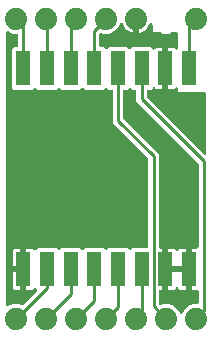
<source format=gbr>
G04 EAGLE Gerber RS-274X export*
G75*
%MOMM*%
%FSLAX34Y34*%
%LPD*%
%INTop Copper*%
%IPPOS*%
%AMOC8*
5,1,8,0,0,1.08239X$1,22.5*%
G01*
%ADD10R,1.300000X3.000000*%
%ADD11C,1.879600*%
%ADD12C,0.254000*%
%ADD13C,1.016000*%

G36*
X5461Y23241D02*
X5461Y23241D01*
X5571Y23248D01*
X5618Y23263D01*
X5667Y23270D01*
X5820Y23322D01*
X10224Y25147D01*
X15176Y25147D01*
X17124Y24340D01*
X17153Y24332D01*
X17179Y24319D01*
X17305Y24290D01*
X17431Y24256D01*
X17460Y24255D01*
X17489Y24249D01*
X17619Y24253D01*
X17749Y24251D01*
X17777Y24258D01*
X17807Y24259D01*
X17932Y24295D01*
X18058Y24325D01*
X18084Y24339D01*
X18112Y24347D01*
X18224Y24413D01*
X18339Y24474D01*
X18361Y24493D01*
X18386Y24508D01*
X18507Y24615D01*
X29943Y36051D01*
X30016Y36145D01*
X30095Y36234D01*
X30113Y36270D01*
X30138Y36302D01*
X30185Y36411D01*
X30239Y36517D01*
X30248Y36556D01*
X30264Y36594D01*
X30283Y36711D01*
X30309Y36827D01*
X30308Y36868D01*
X30314Y36908D01*
X30303Y37026D01*
X30299Y37145D01*
X30288Y37184D01*
X30284Y37224D01*
X30244Y37337D01*
X30211Y37451D01*
X30190Y37486D01*
X30177Y37524D01*
X30110Y37622D01*
X30049Y37725D01*
X30009Y37770D01*
X29998Y37787D01*
X29983Y37800D01*
X29943Y37846D01*
X29414Y38375D01*
X29314Y38452D01*
X29219Y38534D01*
X29189Y38549D01*
X29162Y38570D01*
X29047Y38620D01*
X28934Y38676D01*
X28901Y38683D01*
X28870Y38696D01*
X28746Y38716D01*
X28623Y38742D01*
X28590Y38741D01*
X28556Y38746D01*
X28431Y38734D01*
X28306Y38729D01*
X28273Y38719D01*
X28240Y38716D01*
X28121Y38674D01*
X28001Y38637D01*
X27972Y38620D01*
X27940Y38609D01*
X27837Y38538D01*
X27729Y38473D01*
X27705Y38449D01*
X27677Y38430D01*
X27594Y38336D01*
X27506Y38246D01*
X27479Y38205D01*
X27467Y38192D01*
X27457Y38172D01*
X27440Y38147D01*
X26960Y37667D01*
X26381Y37332D01*
X25734Y37159D01*
X21439Y37159D01*
X21439Y53430D01*
X21424Y53548D01*
X21417Y53667D01*
X21404Y53705D01*
X21399Y53745D01*
X21355Y53856D01*
X21319Y53969D01*
X21297Y54004D01*
X21282Y54041D01*
X21212Y54137D01*
X21149Y54238D01*
X21119Y54266D01*
X21095Y54298D01*
X21004Y54374D01*
X20917Y54456D01*
X20882Y54475D01*
X20850Y54501D01*
X20743Y54552D01*
X20639Y54609D01*
X20599Y54620D01*
X20563Y54637D01*
X20446Y54659D01*
X20331Y54689D01*
X20270Y54693D01*
X20250Y54697D01*
X20230Y54695D01*
X20170Y54699D01*
X18899Y54699D01*
X18899Y54701D01*
X20170Y54701D01*
X20288Y54716D01*
X20407Y54723D01*
X20445Y54736D01*
X20485Y54741D01*
X20596Y54785D01*
X20709Y54821D01*
X20744Y54843D01*
X20781Y54858D01*
X20877Y54928D01*
X20978Y54991D01*
X21006Y55021D01*
X21038Y55045D01*
X21114Y55136D01*
X21196Y55223D01*
X21215Y55258D01*
X21241Y55290D01*
X21292Y55397D01*
X21349Y55501D01*
X21360Y55541D01*
X21377Y55577D01*
X21399Y55694D01*
X21429Y55809D01*
X21433Y55870D01*
X21437Y55890D01*
X21435Y55910D01*
X21439Y55970D01*
X21439Y72241D01*
X25734Y72241D01*
X26381Y72068D01*
X26960Y71733D01*
X27454Y71239D01*
X27493Y71188D01*
X27563Y71084D01*
X27589Y71062D01*
X27609Y71035D01*
X27708Y70957D01*
X27802Y70873D01*
X27832Y70858D01*
X27858Y70837D01*
X27973Y70786D01*
X28085Y70729D01*
X28118Y70721D01*
X28149Y70708D01*
X28273Y70687D01*
X28395Y70659D01*
X28429Y70660D01*
X28462Y70655D01*
X28588Y70665D01*
X28713Y70669D01*
X28746Y70678D01*
X28779Y70681D01*
X28898Y70722D01*
X29019Y70757D01*
X29048Y70774D01*
X29080Y70785D01*
X29184Y70855D01*
X29293Y70919D01*
X29329Y70951D01*
X29345Y70961D01*
X29359Y70977D01*
X29414Y71025D01*
X31137Y72749D01*
X46663Y72749D01*
X48003Y71409D01*
X48097Y71336D01*
X48186Y71257D01*
X48222Y71239D01*
X48254Y71214D01*
X48363Y71167D01*
X48469Y71113D01*
X48508Y71104D01*
X48546Y71088D01*
X48663Y71069D01*
X48779Y71043D01*
X48820Y71044D01*
X48860Y71038D01*
X48978Y71049D01*
X49097Y71053D01*
X49136Y71064D01*
X49176Y71068D01*
X49288Y71108D01*
X49403Y71141D01*
X49438Y71162D01*
X49476Y71175D01*
X49574Y71242D01*
X49677Y71303D01*
X49722Y71342D01*
X49739Y71354D01*
X49752Y71369D01*
X49798Y71409D01*
X51137Y72749D01*
X66663Y72749D01*
X68003Y71409D01*
X68097Y71336D01*
X68186Y71257D01*
X68222Y71239D01*
X68254Y71214D01*
X68363Y71167D01*
X68469Y71113D01*
X68508Y71104D01*
X68546Y71088D01*
X68663Y71069D01*
X68779Y71043D01*
X68820Y71044D01*
X68860Y71038D01*
X68978Y71049D01*
X69097Y71053D01*
X69136Y71064D01*
X69176Y71068D01*
X69288Y71108D01*
X69403Y71141D01*
X69438Y71162D01*
X69476Y71175D01*
X69574Y71242D01*
X69677Y71303D01*
X69722Y71342D01*
X69739Y71354D01*
X69752Y71369D01*
X69798Y71409D01*
X71137Y72749D01*
X86663Y72749D01*
X88003Y71409D01*
X88097Y71336D01*
X88186Y71257D01*
X88222Y71239D01*
X88254Y71214D01*
X88363Y71167D01*
X88469Y71113D01*
X88508Y71104D01*
X88546Y71088D01*
X88663Y71069D01*
X88779Y71043D01*
X88820Y71044D01*
X88860Y71038D01*
X88978Y71049D01*
X89097Y71053D01*
X89136Y71064D01*
X89176Y71068D01*
X89288Y71108D01*
X89403Y71141D01*
X89438Y71162D01*
X89476Y71175D01*
X89574Y71242D01*
X89677Y71303D01*
X89722Y71342D01*
X89739Y71354D01*
X89752Y71369D01*
X89798Y71409D01*
X91137Y72749D01*
X106663Y72749D01*
X108003Y71409D01*
X108097Y71336D01*
X108186Y71257D01*
X108222Y71239D01*
X108254Y71214D01*
X108363Y71167D01*
X108469Y71113D01*
X108508Y71104D01*
X108546Y71088D01*
X108663Y71069D01*
X108779Y71043D01*
X108820Y71044D01*
X108860Y71038D01*
X108978Y71049D01*
X109097Y71053D01*
X109136Y71064D01*
X109176Y71068D01*
X109288Y71108D01*
X109403Y71141D01*
X109438Y71162D01*
X109476Y71175D01*
X109574Y71242D01*
X109677Y71303D01*
X109722Y71342D01*
X109739Y71354D01*
X109752Y71369D01*
X109798Y71409D01*
X111137Y72749D01*
X123444Y72749D01*
X123562Y72764D01*
X123681Y72771D01*
X123719Y72784D01*
X123760Y72789D01*
X123870Y72832D01*
X123983Y72869D01*
X124018Y72891D01*
X124055Y72906D01*
X124151Y72975D01*
X124252Y73039D01*
X124280Y73069D01*
X124313Y73092D01*
X124389Y73184D01*
X124470Y73271D01*
X124490Y73306D01*
X124515Y73337D01*
X124566Y73445D01*
X124624Y73549D01*
X124634Y73589D01*
X124651Y73625D01*
X124673Y73742D01*
X124703Y73857D01*
X124707Y73917D01*
X124711Y73937D01*
X124709Y73958D01*
X124713Y74018D01*
X124713Y148053D01*
X124701Y148152D01*
X124698Y148251D01*
X124681Y148309D01*
X124673Y148369D01*
X124637Y148461D01*
X124609Y148556D01*
X124579Y148608D01*
X124556Y148665D01*
X124498Y148745D01*
X124448Y148830D01*
X124382Y148905D01*
X124370Y148922D01*
X124360Y148930D01*
X124342Y148951D01*
X97483Y175810D01*
X94581Y178711D01*
X94581Y205382D01*
X94566Y205500D01*
X94559Y205619D01*
X94546Y205657D01*
X94541Y205698D01*
X94498Y205808D01*
X94461Y205921D01*
X94439Y205956D01*
X94424Y205993D01*
X94355Y206089D01*
X94291Y206190D01*
X94261Y206218D01*
X94238Y206251D01*
X94146Y206327D01*
X94059Y206408D01*
X94024Y206428D01*
X93993Y206453D01*
X93885Y206504D01*
X93781Y206562D01*
X93741Y206572D01*
X93705Y206589D01*
X93588Y206611D01*
X93473Y206641D01*
X93413Y206645D01*
X93393Y206649D01*
X93372Y206647D01*
X93312Y206651D01*
X91137Y206651D01*
X89797Y207991D01*
X89703Y208064D01*
X89614Y208143D01*
X89578Y208161D01*
X89546Y208186D01*
X89437Y208233D01*
X89331Y208287D01*
X89292Y208296D01*
X89254Y208312D01*
X89137Y208331D01*
X89021Y208357D01*
X88980Y208356D01*
X88940Y208362D01*
X88822Y208351D01*
X88703Y208347D01*
X88664Y208336D01*
X88624Y208332D01*
X88512Y208292D01*
X88397Y208259D01*
X88362Y208238D01*
X88324Y208225D01*
X88226Y208158D01*
X88123Y208097D01*
X88078Y208058D01*
X88061Y208046D01*
X88048Y208031D01*
X88002Y207991D01*
X86663Y206651D01*
X71137Y206651D01*
X69797Y207991D01*
X69703Y208064D01*
X69614Y208143D01*
X69578Y208161D01*
X69546Y208186D01*
X69437Y208233D01*
X69331Y208287D01*
X69292Y208296D01*
X69254Y208312D01*
X69137Y208331D01*
X69021Y208357D01*
X68980Y208356D01*
X68940Y208362D01*
X68822Y208351D01*
X68703Y208347D01*
X68664Y208336D01*
X68624Y208332D01*
X68512Y208292D01*
X68397Y208259D01*
X68362Y208238D01*
X68324Y208225D01*
X68226Y208158D01*
X68123Y208097D01*
X68078Y208058D01*
X68061Y208046D01*
X68048Y208031D01*
X68002Y207991D01*
X66663Y206651D01*
X51137Y206651D01*
X49797Y207991D01*
X49703Y208064D01*
X49614Y208143D01*
X49578Y208161D01*
X49546Y208186D01*
X49437Y208233D01*
X49331Y208287D01*
X49292Y208296D01*
X49254Y208312D01*
X49137Y208331D01*
X49021Y208357D01*
X48980Y208356D01*
X48940Y208362D01*
X48822Y208351D01*
X48703Y208347D01*
X48664Y208336D01*
X48624Y208332D01*
X48512Y208292D01*
X48397Y208259D01*
X48362Y208238D01*
X48324Y208225D01*
X48226Y208158D01*
X48123Y208097D01*
X48078Y208058D01*
X48061Y208046D01*
X48048Y208031D01*
X48002Y207991D01*
X46663Y206651D01*
X31137Y206651D01*
X29797Y207991D01*
X29703Y208064D01*
X29614Y208143D01*
X29578Y208161D01*
X29546Y208186D01*
X29437Y208233D01*
X29331Y208287D01*
X29292Y208296D01*
X29254Y208312D01*
X29137Y208331D01*
X29021Y208357D01*
X28980Y208356D01*
X28940Y208362D01*
X28822Y208351D01*
X28703Y208347D01*
X28664Y208336D01*
X28624Y208332D01*
X28512Y208292D01*
X28397Y208259D01*
X28362Y208238D01*
X28324Y208225D01*
X28226Y208158D01*
X28123Y208097D01*
X28078Y208058D01*
X28061Y208046D01*
X28048Y208031D01*
X28002Y207991D01*
X26663Y206651D01*
X11137Y206651D01*
X9351Y208437D01*
X9351Y240963D01*
X11137Y242749D01*
X13312Y242749D01*
X13430Y242764D01*
X13549Y242771D01*
X13587Y242784D01*
X13628Y242789D01*
X13738Y242832D01*
X13851Y242869D01*
X13886Y242891D01*
X13923Y242906D01*
X14019Y242975D01*
X14120Y243039D01*
X14148Y243069D01*
X14181Y243092D01*
X14257Y243184D01*
X14338Y243271D01*
X14358Y243306D01*
X14383Y243337D01*
X14434Y243445D01*
X14492Y243549D01*
X14502Y243589D01*
X14519Y243625D01*
X14541Y243742D01*
X14571Y243857D01*
X14575Y243917D01*
X14579Y243937D01*
X14577Y243958D01*
X14581Y244018D01*
X14581Y252984D01*
X14566Y253102D01*
X14559Y253221D01*
X14546Y253259D01*
X14541Y253300D01*
X14498Y253410D01*
X14461Y253523D01*
X14439Y253558D01*
X14424Y253595D01*
X14355Y253691D01*
X14291Y253792D01*
X14261Y253820D01*
X14238Y253853D01*
X14146Y253929D01*
X14059Y254010D01*
X14024Y254030D01*
X13993Y254055D01*
X13885Y254106D01*
X13781Y254164D01*
X13741Y254174D01*
X13705Y254191D01*
X13588Y254213D01*
X13473Y254243D01*
X13413Y254247D01*
X13393Y254251D01*
X13372Y254249D01*
X13312Y254253D01*
X10224Y254253D01*
X5820Y256078D01*
X5772Y256091D01*
X5727Y256112D01*
X5619Y256133D01*
X5513Y256162D01*
X5463Y256162D01*
X5414Y256172D01*
X5305Y256165D01*
X5195Y256167D01*
X5147Y256155D01*
X5097Y256152D01*
X4993Y256118D01*
X4886Y256093D01*
X4842Y256069D01*
X4795Y256054D01*
X4702Y255995D01*
X4605Y255944D01*
X4568Y255910D01*
X4526Y255884D01*
X4451Y255804D01*
X4369Y255730D01*
X4342Y255688D01*
X4308Y255652D01*
X4255Y255556D01*
X4195Y255464D01*
X4178Y255417D01*
X4154Y255374D01*
X4127Y255267D01*
X4091Y255163D01*
X4087Y255114D01*
X4075Y255066D01*
X4065Y254905D01*
X4065Y24495D01*
X4071Y24446D01*
X4069Y24396D01*
X4091Y24289D01*
X4105Y24179D01*
X4123Y24133D01*
X4133Y24085D01*
X4181Y23986D01*
X4222Y23884D01*
X4251Y23844D01*
X4273Y23799D01*
X4344Y23715D01*
X4408Y23626D01*
X4447Y23595D01*
X4479Y23557D01*
X4569Y23494D01*
X4653Y23424D01*
X4698Y23402D01*
X4739Y23374D01*
X4842Y23335D01*
X4941Y23288D01*
X4990Y23279D01*
X5036Y23261D01*
X5146Y23249D01*
X5253Y23228D01*
X5303Y23231D01*
X5352Y23226D01*
X5461Y23241D01*
G37*
G36*
X152479Y16617D02*
X152479Y16617D01*
X152499Y16616D01*
X152635Y16644D01*
X152772Y16668D01*
X152791Y16676D01*
X152810Y16680D01*
X152936Y16741D01*
X153062Y16798D01*
X153078Y16811D01*
X153096Y16820D01*
X153202Y16910D01*
X153310Y16997D01*
X153323Y17013D01*
X153338Y17026D01*
X153418Y17140D01*
X153502Y17251D01*
X153514Y17276D01*
X153521Y17286D01*
X153528Y17305D01*
X153573Y17395D01*
X154548Y19751D01*
X158050Y23252D01*
X162624Y25147D01*
X165862Y25147D01*
X165980Y25162D01*
X166099Y25169D01*
X166137Y25182D01*
X166178Y25187D01*
X166288Y25230D01*
X166401Y25267D01*
X166436Y25289D01*
X166473Y25304D01*
X166569Y25373D01*
X166670Y25437D01*
X166698Y25467D01*
X166731Y25490D01*
X166807Y25582D01*
X166888Y25669D01*
X166908Y25704D01*
X166933Y25735D01*
X166984Y25843D01*
X167042Y25947D01*
X167052Y25987D01*
X167069Y26023D01*
X167091Y26140D01*
X167121Y26255D01*
X167125Y26315D01*
X167129Y26335D01*
X167127Y26356D01*
X167131Y26416D01*
X167131Y35890D01*
X167116Y36008D01*
X167109Y36127D01*
X167096Y36165D01*
X167091Y36206D01*
X167048Y36316D01*
X167011Y36429D01*
X166989Y36464D01*
X166974Y36501D01*
X166905Y36597D01*
X166841Y36698D01*
X166811Y36726D01*
X166788Y36759D01*
X166696Y36835D01*
X166609Y36916D01*
X166574Y36936D01*
X166543Y36961D01*
X166435Y37012D01*
X166331Y37070D01*
X166291Y37080D01*
X166255Y37097D01*
X166138Y37119D01*
X166023Y37149D01*
X165963Y37153D01*
X165943Y37157D01*
X165922Y37155D01*
X165862Y37159D01*
X161439Y37159D01*
X161439Y53430D01*
X161424Y53548D01*
X161417Y53667D01*
X161404Y53705D01*
X161399Y53745D01*
X161355Y53856D01*
X161319Y53969D01*
X161297Y54004D01*
X161282Y54041D01*
X161212Y54137D01*
X161149Y54238D01*
X161119Y54266D01*
X161095Y54298D01*
X161004Y54374D01*
X160917Y54456D01*
X160882Y54475D01*
X160850Y54501D01*
X160743Y54552D01*
X160639Y54609D01*
X160599Y54620D01*
X160563Y54637D01*
X160446Y54659D01*
X160331Y54689D01*
X160270Y54693D01*
X160250Y54697D01*
X160230Y54695D01*
X160170Y54699D01*
X158899Y54699D01*
X158899Y54701D01*
X160170Y54701D01*
X160288Y54716D01*
X160407Y54723D01*
X160445Y54736D01*
X160485Y54741D01*
X160596Y54785D01*
X160709Y54821D01*
X160744Y54843D01*
X160781Y54858D01*
X160877Y54928D01*
X160978Y54991D01*
X161006Y55021D01*
X161038Y55045D01*
X161114Y55136D01*
X161196Y55223D01*
X161215Y55258D01*
X161241Y55290D01*
X161292Y55397D01*
X161349Y55501D01*
X161360Y55541D01*
X161377Y55577D01*
X161399Y55694D01*
X161429Y55809D01*
X161433Y55870D01*
X161437Y55890D01*
X161435Y55910D01*
X161439Y55970D01*
X161439Y72241D01*
X165862Y72241D01*
X165980Y72256D01*
X166099Y72263D01*
X166137Y72276D01*
X166178Y72281D01*
X166288Y72324D01*
X166401Y72361D01*
X166436Y72383D01*
X166473Y72398D01*
X166569Y72467D01*
X166670Y72531D01*
X166698Y72561D01*
X166731Y72584D01*
X166807Y72676D01*
X166888Y72763D01*
X166908Y72798D01*
X166933Y72829D01*
X166984Y72937D01*
X167042Y73041D01*
X167052Y73081D01*
X167069Y73117D01*
X167091Y73234D01*
X167121Y73349D01*
X167125Y73409D01*
X167129Y73429D01*
X167127Y73450D01*
X167131Y73510D01*
X167131Y143735D01*
X167119Y143834D01*
X167116Y143933D01*
X167099Y143991D01*
X167091Y144051D01*
X167055Y144143D01*
X167027Y144238D01*
X166997Y144290D01*
X166974Y144347D01*
X166916Y144427D01*
X166866Y144512D01*
X166800Y144587D01*
X166788Y144604D01*
X166778Y144612D01*
X166760Y144633D01*
X114581Y196811D01*
X114581Y205382D01*
X114566Y205500D01*
X114559Y205619D01*
X114546Y205657D01*
X114541Y205698D01*
X114498Y205808D01*
X114461Y205921D01*
X114439Y205956D01*
X114424Y205993D01*
X114355Y206089D01*
X114291Y206190D01*
X114261Y206218D01*
X114238Y206251D01*
X114146Y206327D01*
X114059Y206408D01*
X114024Y206428D01*
X113993Y206453D01*
X113885Y206504D01*
X113781Y206562D01*
X113741Y206572D01*
X113705Y206589D01*
X113588Y206611D01*
X113473Y206641D01*
X113413Y206645D01*
X113393Y206649D01*
X113372Y206647D01*
X113312Y206651D01*
X111137Y206651D01*
X109797Y207991D01*
X109703Y208064D01*
X109614Y208143D01*
X109578Y208161D01*
X109546Y208186D01*
X109437Y208233D01*
X109331Y208287D01*
X109292Y208296D01*
X109254Y208312D01*
X109137Y208331D01*
X109021Y208357D01*
X108980Y208356D01*
X108940Y208362D01*
X108822Y208351D01*
X108703Y208347D01*
X108664Y208336D01*
X108624Y208332D01*
X108512Y208292D01*
X108397Y208259D01*
X108362Y208238D01*
X108324Y208225D01*
X108226Y208158D01*
X108123Y208097D01*
X108078Y208058D01*
X108061Y208046D01*
X108048Y208031D01*
X108002Y207991D01*
X106663Y206651D01*
X104488Y206651D01*
X104370Y206636D01*
X104251Y206629D01*
X104213Y206616D01*
X104172Y206611D01*
X104062Y206568D01*
X103949Y206531D01*
X103914Y206509D01*
X103877Y206494D01*
X103781Y206425D01*
X103680Y206361D01*
X103652Y206331D01*
X103619Y206308D01*
X103543Y206216D01*
X103462Y206129D01*
X103442Y206094D01*
X103417Y206063D01*
X103366Y205955D01*
X103308Y205851D01*
X103298Y205811D01*
X103281Y205775D01*
X103259Y205658D01*
X103229Y205543D01*
X103225Y205483D01*
X103221Y205463D01*
X103223Y205442D01*
X103219Y205382D01*
X103219Y182815D01*
X103231Y182716D01*
X103234Y182617D01*
X103251Y182559D01*
X103259Y182499D01*
X103295Y182407D01*
X103323Y182312D01*
X103353Y182260D01*
X103376Y182203D01*
X103434Y182123D01*
X103484Y182038D01*
X103550Y181963D01*
X103562Y181946D01*
X103572Y181938D01*
X103590Y181917D01*
X133351Y152157D01*
X133351Y73510D01*
X133366Y73392D01*
X133373Y73273D01*
X133386Y73235D01*
X133391Y73194D01*
X133434Y73084D01*
X133471Y72971D01*
X133493Y72936D01*
X133508Y72899D01*
X133578Y72802D01*
X133641Y72702D01*
X133671Y72674D01*
X133694Y72641D01*
X133786Y72565D01*
X133873Y72484D01*
X133908Y72464D01*
X133939Y72439D01*
X134047Y72388D01*
X134151Y72330D01*
X134191Y72320D01*
X134227Y72303D01*
X134344Y72281D01*
X134459Y72251D01*
X134519Y72247D01*
X134539Y72243D01*
X134560Y72245D01*
X134620Y72241D01*
X136361Y72241D01*
X136361Y55970D01*
X136376Y55852D01*
X136383Y55733D01*
X136396Y55695D01*
X136401Y55655D01*
X136444Y55544D01*
X136481Y55431D01*
X136503Y55396D01*
X136518Y55359D01*
X136588Y55263D01*
X136651Y55162D01*
X136681Y55134D01*
X136705Y55102D01*
X136796Y55026D01*
X136883Y54944D01*
X136918Y54925D01*
X136949Y54899D01*
X137057Y54848D01*
X137161Y54791D01*
X137201Y54780D01*
X137237Y54763D01*
X137354Y54741D01*
X137469Y54711D01*
X137530Y54707D01*
X137550Y54703D01*
X137570Y54705D01*
X137630Y54701D01*
X138901Y54701D01*
X138901Y54699D01*
X137630Y54699D01*
X137512Y54684D01*
X137393Y54677D01*
X137355Y54664D01*
X137315Y54659D01*
X137204Y54615D01*
X137091Y54579D01*
X137056Y54557D01*
X137019Y54542D01*
X136923Y54472D01*
X136822Y54409D01*
X136794Y54379D01*
X136761Y54355D01*
X136686Y54264D01*
X136604Y54177D01*
X136584Y54142D01*
X136559Y54110D01*
X136508Y54003D01*
X136450Y53899D01*
X136440Y53859D01*
X136423Y53823D01*
X136401Y53706D01*
X136371Y53591D01*
X136367Y53530D01*
X136363Y53510D01*
X136364Y53503D01*
X136363Y53501D01*
X136364Y53485D01*
X136361Y53430D01*
X136361Y37159D01*
X134620Y37159D01*
X134502Y37144D01*
X134383Y37137D01*
X134345Y37124D01*
X134304Y37119D01*
X134194Y37076D01*
X134081Y37039D01*
X134046Y37017D01*
X134009Y37002D01*
X133913Y36933D01*
X133812Y36869D01*
X133784Y36839D01*
X133751Y36816D01*
X133675Y36724D01*
X133594Y36637D01*
X133574Y36602D01*
X133549Y36571D01*
X133498Y36463D01*
X133440Y36359D01*
X133430Y36319D01*
X133413Y36283D01*
X133391Y36166D01*
X133361Y36051D01*
X133357Y35991D01*
X133353Y35971D01*
X133355Y35950D01*
X133351Y35890D01*
X133351Y25683D01*
X133363Y25584D01*
X133366Y25486D01*
X133383Y25427D01*
X133391Y25367D01*
X133427Y25275D01*
X133454Y25180D01*
X133485Y25128D01*
X133508Y25071D01*
X133566Y24991D01*
X133616Y24906D01*
X133682Y24831D01*
X133694Y24814D01*
X133704Y24806D01*
X133722Y24785D01*
X133893Y24615D01*
X133916Y24597D01*
X133935Y24574D01*
X134041Y24500D01*
X134144Y24420D01*
X134171Y24408D01*
X134195Y24391D01*
X134317Y24345D01*
X134436Y24294D01*
X134465Y24289D01*
X134493Y24278D01*
X134622Y24264D01*
X134750Y24244D01*
X134779Y24247D01*
X134809Y24243D01*
X134938Y24261D01*
X135066Y24274D01*
X135094Y24284D01*
X135124Y24288D01*
X135276Y24340D01*
X137224Y25147D01*
X142176Y25147D01*
X146750Y23252D01*
X150252Y19750D01*
X151227Y17395D01*
X151296Y17275D01*
X151361Y17152D01*
X151375Y17137D01*
X151385Y17119D01*
X151482Y17019D01*
X151575Y16916D01*
X151592Y16905D01*
X151606Y16891D01*
X151725Y16818D01*
X151841Y16742D01*
X151860Y16735D01*
X151877Y16724D01*
X152010Y16683D01*
X152142Y16638D01*
X152162Y16637D01*
X152181Y16631D01*
X152320Y16624D01*
X152459Y16613D01*
X152479Y16617D01*
G37*
G36*
X172565Y151681D02*
X172565Y151681D01*
X172703Y151690D01*
X172722Y151696D01*
X172742Y151698D01*
X172874Y151745D01*
X173005Y151788D01*
X173023Y151798D01*
X173042Y151805D01*
X173157Y151883D01*
X173274Y151958D01*
X173288Y151973D01*
X173305Y151984D01*
X173397Y152088D01*
X173492Y152189D01*
X173502Y152207D01*
X173515Y152222D01*
X173579Y152346D01*
X173646Y152468D01*
X173651Y152488D01*
X173660Y152506D01*
X173690Y152641D01*
X173725Y152776D01*
X173727Y152804D01*
X173730Y152816D01*
X173729Y152836D01*
X173735Y152937D01*
X173735Y203200D01*
X173720Y203318D01*
X173713Y203437D01*
X173700Y203475D01*
X173695Y203516D01*
X173652Y203626D01*
X173615Y203739D01*
X173593Y203774D01*
X173578Y203811D01*
X173509Y203907D01*
X173445Y204008D01*
X173415Y204036D01*
X173392Y204069D01*
X173300Y204145D01*
X173213Y204226D01*
X173178Y204246D01*
X173147Y204271D01*
X173039Y204322D01*
X172935Y204380D01*
X172895Y204390D01*
X172859Y204407D01*
X172742Y204429D01*
X172627Y204459D01*
X172567Y204463D01*
X172547Y204467D01*
X172526Y204465D01*
X172466Y204469D01*
X149859Y204469D01*
X149859Y207403D01*
X149847Y207502D01*
X149844Y207601D01*
X149827Y207659D01*
X149819Y207719D01*
X149783Y207811D01*
X149755Y207906D01*
X149725Y207958D01*
X149702Y208015D01*
X149644Y208095D01*
X149594Y208180D01*
X149528Y208256D01*
X149516Y208272D01*
X149506Y208280D01*
X149488Y208301D01*
X149414Y208375D01*
X149314Y208452D01*
X149219Y208534D01*
X149189Y208549D01*
X149162Y208570D01*
X149047Y208620D01*
X148934Y208676D01*
X148901Y208683D01*
X148870Y208696D01*
X148746Y208716D01*
X148623Y208742D01*
X148590Y208741D01*
X148556Y208746D01*
X148431Y208734D01*
X148305Y208729D01*
X148273Y208719D01*
X148240Y208716D01*
X148121Y208674D01*
X148001Y208637D01*
X147972Y208620D01*
X147940Y208609D01*
X147836Y208538D01*
X147729Y208473D01*
X147705Y208449D01*
X147677Y208430D01*
X147594Y208336D01*
X147506Y208246D01*
X147479Y208205D01*
X147467Y208192D01*
X147457Y208172D01*
X147440Y208147D01*
X146960Y207667D01*
X146381Y207332D01*
X145734Y207159D01*
X141439Y207159D01*
X141439Y223430D01*
X141424Y223548D01*
X141417Y223667D01*
X141404Y223705D01*
X141399Y223745D01*
X141355Y223856D01*
X141319Y223969D01*
X141297Y224004D01*
X141282Y224041D01*
X141212Y224137D01*
X141149Y224238D01*
X141119Y224266D01*
X141095Y224298D01*
X141004Y224374D01*
X140917Y224456D01*
X140882Y224475D01*
X140850Y224501D01*
X140743Y224552D01*
X140639Y224609D01*
X140599Y224620D01*
X140563Y224637D01*
X140446Y224659D01*
X140331Y224689D01*
X140270Y224693D01*
X140250Y224697D01*
X140230Y224695D01*
X140170Y224699D01*
X137630Y224699D01*
X137512Y224684D01*
X137393Y224677D01*
X137355Y224664D01*
X137315Y224659D01*
X137204Y224615D01*
X137091Y224579D01*
X137056Y224557D01*
X137019Y224542D01*
X136923Y224472D01*
X136822Y224409D01*
X136794Y224379D01*
X136761Y224355D01*
X136686Y224264D01*
X136604Y224177D01*
X136584Y224142D01*
X136559Y224110D01*
X136508Y224003D01*
X136450Y223899D01*
X136440Y223859D01*
X136423Y223823D01*
X136401Y223706D01*
X136371Y223591D01*
X136367Y223530D01*
X136363Y223510D01*
X136365Y223490D01*
X136361Y223430D01*
X136361Y207159D01*
X132066Y207159D01*
X131419Y207332D01*
X130840Y207667D01*
X130346Y208161D01*
X130307Y208212D01*
X130236Y208316D01*
X130211Y208338D01*
X130191Y208365D01*
X130092Y208443D01*
X129998Y208527D01*
X129968Y208542D01*
X129942Y208563D01*
X129827Y208614D01*
X129715Y208671D01*
X129682Y208679D01*
X129651Y208692D01*
X129527Y208713D01*
X129405Y208741D01*
X129371Y208740D01*
X129338Y208745D01*
X129213Y208735D01*
X129087Y208731D01*
X129054Y208722D01*
X129021Y208719D01*
X128902Y208678D01*
X128781Y208643D01*
X128752Y208626D01*
X128720Y208615D01*
X128616Y208545D01*
X128507Y208481D01*
X128471Y208449D01*
X128455Y208439D01*
X128441Y208423D01*
X128386Y208375D01*
X126663Y206651D01*
X124488Y206651D01*
X124370Y206636D01*
X124251Y206629D01*
X124213Y206616D01*
X124172Y206611D01*
X124062Y206568D01*
X123949Y206531D01*
X123914Y206509D01*
X123877Y206494D01*
X123781Y206425D01*
X123680Y206361D01*
X123652Y206331D01*
X123619Y206308D01*
X123543Y206216D01*
X123462Y206129D01*
X123442Y206094D01*
X123417Y206063D01*
X123366Y205955D01*
X123308Y205851D01*
X123298Y205811D01*
X123281Y205775D01*
X123259Y205658D01*
X123229Y205543D01*
X123225Y205483D01*
X123221Y205463D01*
X123223Y205442D01*
X123219Y205382D01*
X123219Y200915D01*
X123231Y200816D01*
X123234Y200717D01*
X123251Y200659D01*
X123259Y200599D01*
X123295Y200507D01*
X123323Y200412D01*
X123353Y200360D01*
X123376Y200303D01*
X123434Y200223D01*
X123484Y200138D01*
X123550Y200063D01*
X123562Y200046D01*
X123572Y200038D01*
X123590Y200017D01*
X171569Y152039D01*
X171678Y151954D01*
X171785Y151865D01*
X171804Y151857D01*
X171820Y151844D01*
X171948Y151789D01*
X172073Y151730D01*
X172093Y151726D01*
X172112Y151718D01*
X172250Y151696D01*
X172386Y151670D01*
X172406Y151671D01*
X172426Y151668D01*
X172565Y151681D01*
G37*
G36*
X140288Y224716D02*
X140288Y224716D01*
X140407Y224723D01*
X140445Y224736D01*
X140485Y224741D01*
X140596Y224785D01*
X140709Y224821D01*
X140744Y224843D01*
X140781Y224858D01*
X140877Y224928D01*
X140978Y224991D01*
X141006Y225021D01*
X141038Y225045D01*
X141114Y225136D01*
X141196Y225223D01*
X141215Y225258D01*
X141241Y225290D01*
X141292Y225397D01*
X141349Y225501D01*
X141360Y225541D01*
X141377Y225577D01*
X141399Y225694D01*
X141429Y225809D01*
X141433Y225870D01*
X141437Y225890D01*
X141435Y225910D01*
X141439Y225970D01*
X141439Y242241D01*
X145734Y242241D01*
X146381Y242068D01*
X146960Y241733D01*
X147454Y241239D01*
X147493Y241188D01*
X147563Y241084D01*
X147589Y241062D01*
X147609Y241035D01*
X147708Y240957D01*
X147802Y240873D01*
X147832Y240858D01*
X147858Y240837D01*
X147973Y240786D01*
X148085Y240729D01*
X148118Y240721D01*
X148149Y240708D01*
X148272Y240687D01*
X148395Y240659D01*
X148429Y240660D01*
X148462Y240655D01*
X148587Y240665D01*
X148713Y240669D01*
X148746Y240678D01*
X148779Y240681D01*
X148898Y240722D01*
X149019Y240757D01*
X149048Y240774D01*
X149080Y240785D01*
X149184Y240855D01*
X149293Y240919D01*
X149329Y240951D01*
X149345Y240961D01*
X149359Y240977D01*
X149414Y241025D01*
X149488Y241099D01*
X149548Y241177D01*
X149616Y241249D01*
X149645Y241302D01*
X149682Y241350D01*
X149722Y241441D01*
X149770Y241528D01*
X149785Y241586D01*
X149809Y241642D01*
X149824Y241740D01*
X149849Y241836D01*
X149855Y241936D01*
X149859Y241956D01*
X149857Y241969D01*
X149859Y241997D01*
X149859Y254000D01*
X149844Y254118D01*
X149837Y254237D01*
X149824Y254275D01*
X149819Y254316D01*
X149776Y254426D01*
X149739Y254539D01*
X149717Y254574D01*
X149702Y254611D01*
X149633Y254707D01*
X149569Y254808D01*
X149539Y254836D01*
X149516Y254869D01*
X149424Y254945D01*
X149337Y255026D01*
X149302Y255046D01*
X149271Y255071D01*
X149163Y255122D01*
X149059Y255180D01*
X149019Y255190D01*
X148983Y255207D01*
X148866Y255229D01*
X148751Y255259D01*
X148691Y255263D01*
X148671Y255267D01*
X148650Y255265D01*
X148590Y255269D01*
X145213Y255269D01*
X145204Y255268D01*
X145194Y255269D01*
X145046Y255248D01*
X144897Y255229D01*
X144889Y255226D01*
X144880Y255225D01*
X144727Y255173D01*
X142201Y254126D01*
X137199Y254126D01*
X134673Y255173D01*
X134664Y255175D01*
X134656Y255180D01*
X134511Y255217D01*
X134366Y255257D01*
X134357Y255257D01*
X134348Y255259D01*
X134187Y255269D01*
X128269Y255269D01*
X128269Y261187D01*
X128268Y261196D01*
X128269Y261206D01*
X128248Y261354D01*
X128229Y261503D01*
X128226Y261511D01*
X128225Y261520D01*
X128173Y261673D01*
X127834Y262489D01*
X127820Y262515D01*
X127810Y262544D01*
X127741Y262653D01*
X127677Y262766D01*
X127656Y262787D01*
X127640Y262812D01*
X127546Y262901D01*
X127456Y262994D01*
X127430Y263010D01*
X127408Y263030D01*
X127295Y263093D01*
X127184Y263160D01*
X127156Y263169D01*
X127130Y263184D01*
X127004Y263216D01*
X126880Y263254D01*
X126851Y263255D01*
X126822Y263263D01*
X126692Y263263D01*
X126563Y263269D01*
X126534Y263263D01*
X126504Y263263D01*
X126378Y263231D01*
X126251Y263205D01*
X126225Y263192D01*
X126196Y263184D01*
X126082Y263122D01*
X125966Y263065D01*
X125943Y263046D01*
X125917Y263031D01*
X125822Y262943D01*
X125724Y262859D01*
X125707Y262834D01*
X125685Y262814D01*
X125615Y262704D01*
X125541Y262599D01*
X125530Y262571D01*
X125514Y262546D01*
X125455Y262396D01*
X125364Y262117D01*
X124511Y260443D01*
X123406Y258922D01*
X122078Y257594D01*
X120557Y256489D01*
X118883Y255636D01*
X117096Y255055D01*
X116839Y255015D01*
X116839Y265430D01*
X116824Y265548D01*
X116817Y265667D01*
X116804Y265705D01*
X116799Y265745D01*
X116756Y265856D01*
X116719Y265969D01*
X116697Y266003D01*
X116682Y266041D01*
X116612Y266137D01*
X116549Y266238D01*
X116519Y266266D01*
X116495Y266298D01*
X116404Y266374D01*
X116317Y266456D01*
X116282Y266475D01*
X116251Y266501D01*
X116143Y266552D01*
X116039Y266609D01*
X115999Y266620D01*
X115963Y266637D01*
X115846Y266659D01*
X115731Y266689D01*
X115670Y266693D01*
X115650Y266697D01*
X115630Y266695D01*
X115570Y266699D01*
X113030Y266699D01*
X112912Y266684D01*
X112793Y266677D01*
X112755Y266664D01*
X112714Y266659D01*
X112604Y266615D01*
X112491Y266579D01*
X112456Y266557D01*
X112419Y266542D01*
X112323Y266472D01*
X112222Y266409D01*
X112194Y266379D01*
X112161Y266355D01*
X112086Y266264D01*
X112004Y266177D01*
X111984Y266142D01*
X111959Y266110D01*
X111908Y266003D01*
X111850Y265898D01*
X111840Y265859D01*
X111823Y265823D01*
X111801Y265706D01*
X111771Y265591D01*
X111767Y265530D01*
X111763Y265510D01*
X111765Y265490D01*
X111761Y265430D01*
X111761Y255015D01*
X111504Y255055D01*
X109717Y255636D01*
X108043Y256489D01*
X106522Y257594D01*
X105194Y258922D01*
X104089Y260443D01*
X103236Y262117D01*
X103085Y262582D01*
X103072Y262609D01*
X103065Y262638D01*
X103005Y262752D01*
X102950Y262870D01*
X102931Y262893D01*
X102917Y262919D01*
X102830Y263015D01*
X102747Y263115D01*
X102723Y263132D01*
X102703Y263154D01*
X102594Y263226D01*
X102490Y263302D01*
X102462Y263313D01*
X102437Y263329D01*
X102314Y263371D01*
X102194Y263419D01*
X102164Y263423D01*
X102136Y263432D01*
X102007Y263443D01*
X101879Y263459D01*
X101849Y263455D01*
X101819Y263458D01*
X101691Y263435D01*
X101563Y263419D01*
X101535Y263408D01*
X101506Y263403D01*
X101388Y263350D01*
X101267Y263302D01*
X101243Y263285D01*
X101216Y263273D01*
X101115Y263192D01*
X101010Y263116D01*
X100991Y263093D01*
X100967Y263074D01*
X100889Y262970D01*
X100807Y262871D01*
X100794Y262844D01*
X100776Y262820D01*
X100705Y262675D01*
X99452Y259650D01*
X95950Y256148D01*
X91376Y254253D01*
X86424Y254253D01*
X84974Y254854D01*
X84926Y254867D01*
X84881Y254888D01*
X84773Y254909D01*
X84667Y254938D01*
X84617Y254939D01*
X84568Y254948D01*
X84459Y254941D01*
X84349Y254943D01*
X84301Y254931D01*
X84251Y254928D01*
X84147Y254895D01*
X84040Y254869D01*
X83996Y254846D01*
X83949Y254830D01*
X83856Y254772D01*
X83759Y254720D01*
X83722Y254687D01*
X83680Y254660D01*
X83605Y254580D01*
X83523Y254506D01*
X83496Y254465D01*
X83462Y254429D01*
X83409Y254332D01*
X83349Y254241D01*
X83332Y254194D01*
X83308Y254150D01*
X83281Y254044D01*
X83245Y253940D01*
X83241Y253890D01*
X83229Y253842D01*
X83219Y253681D01*
X83219Y244018D01*
X83234Y243900D01*
X83241Y243781D01*
X83254Y243743D01*
X83259Y243702D01*
X83302Y243592D01*
X83339Y243479D01*
X83361Y243444D01*
X83376Y243407D01*
X83445Y243311D01*
X83509Y243210D01*
X83539Y243182D01*
X83562Y243149D01*
X83654Y243073D01*
X83741Y242992D01*
X83776Y242972D01*
X83807Y242947D01*
X83915Y242896D01*
X84019Y242838D01*
X84059Y242828D01*
X84095Y242811D01*
X84212Y242789D01*
X84327Y242759D01*
X84387Y242755D01*
X84407Y242751D01*
X84428Y242753D01*
X84488Y242749D01*
X86663Y242749D01*
X88002Y241409D01*
X88097Y241336D01*
X88186Y241257D01*
X88222Y241239D01*
X88254Y241214D01*
X88363Y241167D01*
X88469Y241113D01*
X88508Y241104D01*
X88546Y241088D01*
X88663Y241069D01*
X88779Y241043D01*
X88820Y241044D01*
X88860Y241038D01*
X88978Y241049D01*
X89097Y241053D01*
X89136Y241064D01*
X89176Y241068D01*
X89289Y241108D01*
X89403Y241141D01*
X89437Y241162D01*
X89476Y241175D01*
X89574Y241242D01*
X89677Y241303D01*
X89722Y241343D01*
X89739Y241354D01*
X89752Y241369D01*
X89797Y241409D01*
X91137Y242749D01*
X106663Y242749D01*
X108002Y241409D01*
X108097Y241336D01*
X108186Y241257D01*
X108222Y241239D01*
X108254Y241214D01*
X108363Y241167D01*
X108469Y241113D01*
X108508Y241104D01*
X108546Y241088D01*
X108663Y241069D01*
X108779Y241043D01*
X108820Y241044D01*
X108860Y241038D01*
X108978Y241049D01*
X109097Y241053D01*
X109136Y241064D01*
X109176Y241068D01*
X109289Y241108D01*
X109403Y241141D01*
X109437Y241162D01*
X109476Y241175D01*
X109574Y241242D01*
X109677Y241303D01*
X109722Y241343D01*
X109739Y241354D01*
X109752Y241369D01*
X109797Y241409D01*
X111137Y242749D01*
X126663Y242749D01*
X128386Y241025D01*
X128486Y240948D01*
X128581Y240866D01*
X128611Y240851D01*
X128638Y240830D01*
X128753Y240780D01*
X128866Y240724D01*
X128899Y240717D01*
X128930Y240704D01*
X129054Y240684D01*
X129177Y240658D01*
X129210Y240659D01*
X129244Y240654D01*
X129369Y240666D01*
X129495Y240671D01*
X129527Y240681D01*
X129560Y240684D01*
X129679Y240726D01*
X129799Y240763D01*
X129828Y240780D01*
X129860Y240791D01*
X129964Y240862D01*
X130071Y240927D01*
X130095Y240951D01*
X130123Y240970D01*
X130206Y241064D01*
X130294Y241154D01*
X130321Y241195D01*
X130333Y241208D01*
X130343Y241228D01*
X130360Y241253D01*
X130840Y241733D01*
X131419Y242068D01*
X132066Y242241D01*
X136361Y242241D01*
X136361Y225970D01*
X136376Y225852D01*
X136383Y225733D01*
X136396Y225695D01*
X136401Y225655D01*
X136444Y225544D01*
X136481Y225431D01*
X136503Y225396D01*
X136518Y225359D01*
X136588Y225263D01*
X136651Y225162D01*
X136681Y225134D01*
X136705Y225102D01*
X136796Y225026D01*
X136883Y224944D01*
X136918Y224925D01*
X136949Y224899D01*
X137057Y224848D01*
X137161Y224791D01*
X137201Y224780D01*
X137237Y224763D01*
X137354Y224741D01*
X137469Y224711D01*
X137530Y224707D01*
X137550Y224703D01*
X137570Y224705D01*
X137630Y224701D01*
X140170Y224701D01*
X140288Y224716D01*
G37*
%LPC*%
G36*
X141439Y57239D02*
X141439Y57239D01*
X141439Y72241D01*
X145734Y72241D01*
X146381Y72068D01*
X146960Y71733D01*
X147433Y71260D01*
X147801Y70623D01*
X147881Y70518D01*
X147956Y70409D01*
X147977Y70391D01*
X147993Y70370D01*
X148097Y70287D01*
X148197Y70201D01*
X148221Y70189D01*
X148242Y70172D01*
X148363Y70118D01*
X148482Y70059D01*
X148508Y70054D01*
X148533Y70043D01*
X148663Y70021D01*
X148793Y69993D01*
X148820Y69994D01*
X148846Y69990D01*
X148978Y70001D01*
X149111Y70006D01*
X149136Y70014D01*
X149163Y70016D01*
X149288Y70060D01*
X149415Y70098D01*
X149438Y70112D01*
X149464Y70121D01*
X149574Y70194D01*
X149687Y70262D01*
X149706Y70281D01*
X149729Y70296D01*
X149817Y70395D01*
X149910Y70489D01*
X149931Y70521D01*
X149942Y70533D01*
X149952Y70552D01*
X149999Y70623D01*
X150367Y71260D01*
X150840Y71733D01*
X151419Y72068D01*
X152066Y72241D01*
X156361Y72241D01*
X156361Y57239D01*
X141439Y57239D01*
G37*
%LPD*%
%LPC*%
G36*
X141439Y37159D02*
X141439Y37159D01*
X141439Y52161D01*
X156361Y52161D01*
X156361Y37159D01*
X152066Y37159D01*
X151419Y37332D01*
X150840Y37667D01*
X150367Y38140D01*
X149999Y38777D01*
X149919Y38882D01*
X149844Y38991D01*
X149823Y39009D01*
X149807Y39030D01*
X149703Y39113D01*
X149603Y39199D01*
X149579Y39211D01*
X149558Y39228D01*
X149437Y39282D01*
X149318Y39341D01*
X149292Y39346D01*
X149267Y39357D01*
X149137Y39379D01*
X149007Y39407D01*
X148980Y39406D01*
X148954Y39410D01*
X148822Y39399D01*
X148690Y39394D01*
X148664Y39386D01*
X148637Y39384D01*
X148512Y39340D01*
X148385Y39302D01*
X148362Y39288D01*
X148336Y39279D01*
X148226Y39206D01*
X148113Y39138D01*
X148094Y39119D01*
X148071Y39104D01*
X147983Y39005D01*
X147890Y38911D01*
X147869Y38879D01*
X147858Y38868D01*
X147848Y38848D01*
X147801Y38777D01*
X147433Y38140D01*
X146960Y37667D01*
X146381Y37332D01*
X145734Y37159D01*
X141439Y37159D01*
G37*
%LPD*%
%LPC*%
G36*
X9859Y57239D02*
X9859Y57239D01*
X9859Y70034D01*
X10032Y70681D01*
X10367Y71260D01*
X10840Y71733D01*
X11419Y72068D01*
X12066Y72241D01*
X16361Y72241D01*
X16361Y57239D01*
X9859Y57239D01*
G37*
%LPD*%
%LPC*%
G36*
X12066Y37159D02*
X12066Y37159D01*
X11419Y37332D01*
X10840Y37667D01*
X10367Y38140D01*
X10032Y38719D01*
X9859Y39366D01*
X9859Y52161D01*
X16361Y52161D01*
X16361Y37159D01*
X12066Y37159D01*
G37*
%LPD*%
D10*
X18900Y224700D03*
X38900Y224700D03*
X58900Y224700D03*
X78900Y224700D03*
X98900Y224700D03*
X118900Y224700D03*
X138900Y224700D03*
X158900Y224700D03*
X158900Y54700D03*
X138900Y54700D03*
X118900Y54700D03*
X98900Y54700D03*
X78900Y54700D03*
X58900Y54700D03*
X38900Y54700D03*
X18900Y54700D03*
D11*
X114300Y266700D03*
X88900Y266700D03*
X114300Y12700D03*
X88900Y12700D03*
X63500Y12700D03*
X38100Y12700D03*
X12700Y12700D03*
X165100Y12700D03*
X139700Y12700D03*
X12700Y266700D03*
X38100Y266700D03*
X63500Y266700D03*
X165100Y266700D03*
D12*
X78900Y256700D02*
X78900Y224700D01*
X78900Y256700D02*
X88900Y266700D01*
D13*
X25400Y139700D03*
X152400Y139700D03*
D12*
X118900Y17300D02*
X114300Y12700D01*
X118900Y17300D02*
X118900Y54700D01*
X98900Y22700D02*
X88900Y12700D01*
X98900Y22700D02*
X98900Y54700D01*
X78900Y28100D02*
X63500Y12700D01*
X78900Y28100D02*
X78900Y54700D01*
X58900Y33500D02*
X38100Y12700D01*
X58900Y33500D02*
X58900Y54700D01*
X13500Y13500D02*
X12700Y12700D01*
X38900Y38900D01*
X38900Y54700D01*
X165100Y12700D02*
X171450Y19050D01*
X118900Y198600D02*
X118900Y224700D01*
X171450Y146050D02*
X171450Y19050D01*
X171450Y146050D02*
X118900Y198600D01*
X129032Y23368D02*
X139700Y12700D01*
X98900Y180500D02*
X98900Y224700D01*
X129032Y150368D02*
X129032Y23368D01*
X129032Y150368D02*
X98900Y180500D01*
X158900Y224700D02*
X158900Y260500D01*
X165100Y266700D01*
X58900Y262100D02*
X58900Y224700D01*
X58900Y262100D02*
X63500Y266700D01*
X38900Y265900D02*
X38900Y224700D01*
X38900Y265900D02*
X38100Y266700D01*
X18900Y260500D02*
X18900Y224700D01*
X18900Y260500D02*
X12700Y266700D01*
M02*

</source>
